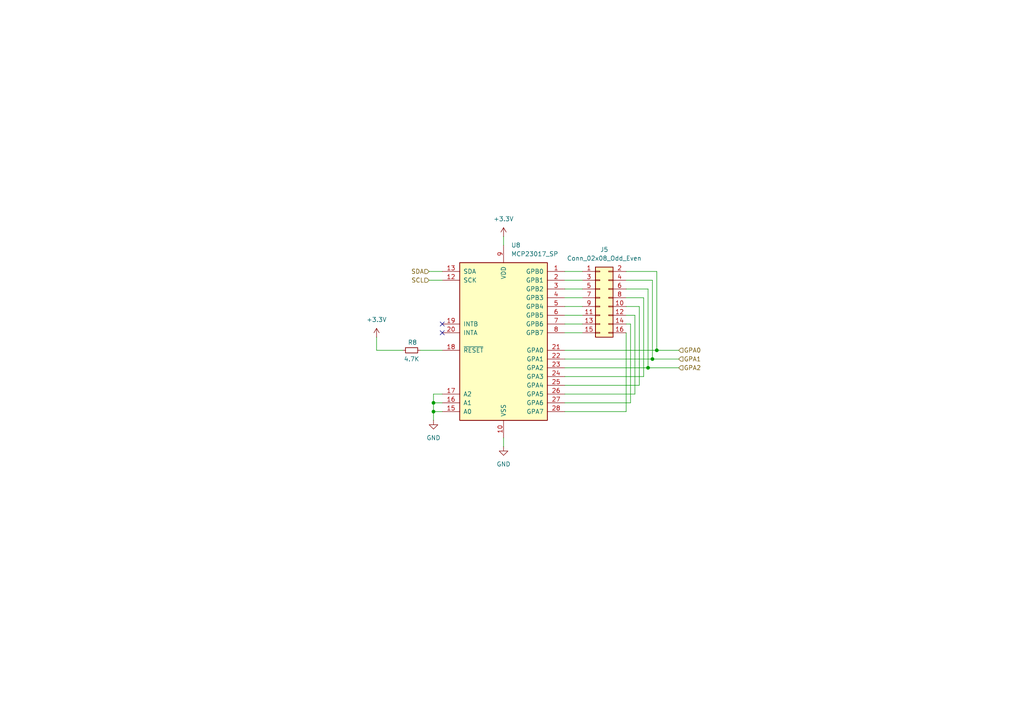
<source format=kicad_sch>
(kicad_sch (version 20231120) (generator "eeschema") (generator_version "8.0")
  (paper "A4")
  (lib_symbols
    (symbol "Connector_Generic:Conn_02x08_Odd_Even" (pin_names (offset 1.016) hide)
      (property "Reference" "J" (at 1.27 10.16 0))
      (property "Value" "Conn_02x08_Odd_Even" (at 1.27 -12.7 0))
      (symbol "Conn_02x08_Odd_Even_1_1"
        (rectangle (start -1.27 -10.033) (end 0 -10.287) (stroke (width 0.1524)))
        (rectangle (start -1.27 -7.493) (end 0 -7.747) (stroke (width 0.1524)))
        (rectangle (start -1.27 -4.953) (end 0 -5.207) (stroke (width 0.1524)))
        (rectangle (start -1.27 -2.413) (end 0 -2.667) (stroke (width 0.1524)))
        (rectangle (start -1.27 0.127) (end 0 -0.127) (stroke (width 0.1524)))
        (rectangle (start -1.27 2.667) (end 0 2.413) (stroke (width 0.1524)))
        (rectangle (start -1.27 5.207) (end 0 4.953) (stroke (width 0.1524)))
        (rectangle (start -1.27 7.747) (end 0 7.493) (stroke (width 0.1524)))
        (rectangle (start -1.27 8.89) (end 3.81 -11.43) (stroke (width 0.254)) (fill (type background)))
        (rectangle (start 3.81 -10.033) (end 2.54 -10.287) (stroke (width 0.1524)))
        (rectangle (start 3.81 -7.493) (end 2.54 -7.747) (stroke (width 0.1524)))
        (rectangle (start 3.81 -4.953) (end 2.54 -5.207) (stroke (width 0.1524)))
        (rectangle (start 3.81 -2.413) (end 2.54 -2.667) (stroke (width 0.1524)))
        (rectangle (start 3.81 0.127) (end 2.54 -0.127) (stroke (width 0.1524)))
        (rectangle (start 3.81 2.667) (end 2.54 2.413) (stroke (width 0.1524)))
        (rectangle (start 3.81 5.207) (end 2.54 4.953) (stroke (width 0.1524)))
        (rectangle (start 3.81 7.747) (end 2.54 7.493) (stroke (width 0.1524)))
        (pin passive line (at -5.08 7.62 0) (length 3.81) (name "Pin_1") (number "1"))
        (pin passive line (at 7.62 -2.54 180) (length 3.81) (name "Pin_10") (number "10"))
        (pin passive line (at -5.08 -5.08 0) (length 3.81) (name "Pin_11") (number "11"))
        (pin passive line (at 7.62 -5.08 180) (length 3.81) (name "Pin_12") (number "12"))
        (pin passive line (at -5.08 -7.62 0) (length 3.81) (name "Pin_13") (number "13"))
        (pin passive line (at 7.62 -7.62 180) (length 3.81) (name "Pin_14") (number "14"))
        (pin passive line (at -5.08 -10.16 0) (length 3.81) (name "Pin_15") (number "15"))
        (pin passive line (at 7.62 -10.16 180) (length 3.81) (name "Pin_16") (number "16"))
        (pin passive line (at 7.62 7.62 180) (length 3.81) (name "Pin_2") (number "2"))
        (pin passive line (at -5.08 5.08 0) (length 3.81) (name "Pin_3") (number "3"))
        (pin passive line (at 7.62 5.08 180) (length 3.81) (name "Pin_4") (number "4"))
        (pin passive line (at -5.08 2.54 0) (length 3.81) (name "Pin_5") (number "5"))
        (pin passive line (at 7.62 2.54 180) (length 3.81) (name "Pin_6") (number "6"))
        (pin passive line (at -5.08 0 0) (length 3.81) (name "Pin_7") (number "7"))
        (pin passive line (at 7.62 0 180) (length 3.81) (name "Pin_8") (number "8"))
        (pin passive line (at -5.08 -2.54 0) (length 3.81) (name "Pin_9") (number "9"))
      )
    )
    (symbol "Device:R_Small" (pin_numbers hide) (pin_names (offset 0.254) hide)
      (property "Reference" "R" (at 0.762 0.508 0))
      (property "Value" "R_Small" (at 0.762 -1.016 0))
      (symbol "R_Small_0_1"
        (rectangle (start -0.762 1.778) (end 0.762 -1.778) (stroke (width 0.2032)))
      )
      (symbol "R_Small_1_1"
        (pin passive line (at 0 2.54 270) (length 0.762) (name "~") (number "1"))
        (pin passive line (at 0 -2.54 90) (length 0.762) (name "~") (number "2"))
      )
    )
    (symbol "Interface_Expansion:MCP23017_SP" (pin_names (offset 1.016))
      (property "Reference" "U" (at -11.43 24.13 0))
      (property "Value" "MCP23017_SP" (at 0 0 0))
      (symbol "MCP23017_SP_0_1"
        (rectangle (start -12.7 22.86) (end 12.7 -22.86) (stroke (width 0.254)) (fill (type background)))
      )
      (symbol "MCP23017_SP_1_1"
        (pin bidirectional line (at 17.78 20.32 180) (length 5.08) (name "GPB0") (number "1"))
        (pin power_in line (at 0 -27.94 90) (length 5.08) (name "VSS") (number "10"))
        (pin no_connect line (at -12.7 15.24 0) (length 5.08) hide (name "NC") (number "11"))
        (pin input line (at -17.78 17.78 0) (length 5.08) (name "SCK") (number "12"))
        (pin bidirectional line (at -17.78 20.32 0) (length 5.08) (name "SDA") (number "13"))
        (pin no_connect line (at -12.7 12.7 0) (length 5.08) hide (name "NC") (number "14"))
        (pin input line (at -17.78 -20.32 0) (length 5.08) (name "A0") (number "15"))
        (pin input line (at -17.78 -17.78 0) (length 5.08) (name "A1") (number "16"))
        (pin input line (at -17.78 -15.24 0) (length 5.08) (name "A2") (number "17"))
        (pin input line (at -17.78 -2.54 0) (length 5.08) (name "~{RESET}") (number "18"))
        (pin tri_state line (at -17.78 5.08 0) (length 5.08) (name "INTB") (number "19"))
        (pin bidirectional line (at 17.78 17.78 180) (length 5.08) (name "GPB1") (number "2"))
        (pin tri_state line (at -17.78 2.54 0) (length 5.08) (name "INTA") (number "20"))
        (pin bidirectional line (at 17.78 -2.54 180) (length 5.08) (name "GPA0") (number "21"))
        (pin bidirectional line (at 17.78 -5.08 180) (length 5.08) (name "GPA1") (number "22"))
        (pin bidirectional line (at 17.78 -7.62 180) (length 5.08) (name "GPA2") (number "23"))
        (pin bidirectional line (at 17.78 -10.16 180) (length 5.08) (name "GPA3") (number "24"))
        (pin bidirectional line (at 17.78 -12.7 180) (length 5.08) (name "GPA4") (number "25"))
        (pin bidirectional line (at 17.78 -15.24 180) (length 5.08) (name "GPA5") (number "26"))
        (pin bidirectional line (at 17.78 -17.78 180) (length 5.08) (name "GPA6") (number "27"))
        (pin bidirectional line (at 17.78 -20.32 180) (length 5.08) (name "GPA7") (number "28"))
        (pin bidirectional line (at 17.78 15.24 180) (length 5.08) (name "GPB2") (number "3"))
        (pin bidirectional line (at 17.78 12.7 180) (length 5.08) (name "GPB3") (number "4"))
        (pin bidirectional line (at 17.78 10.16 180) (length 5.08) (name "GPB4") (number "5"))
        (pin bidirectional line (at 17.78 7.62 180) (length 5.08) (name "GPB5") (number "6"))
        (pin bidirectional line (at 17.78 5.08 180) (length 5.08) (name "GPB6") (number "7"))
        (pin bidirectional line (at 17.78 2.54 180) (length 5.08) (name "GPB7") (number "8"))
        (pin power_in line (at 0 27.94 270) (length 5.08) (name "VDD") (number "9"))
      )
    )
    (symbol "power:+3.3V" (power) (pin_numbers hide) (pin_names (offset 0) hide)
      (property "Value" "+3.3V" (at 0 3.556 0))
      (symbol "+3.3V_0_1"
        (polyline (pts (xy -0.762 1.27) (xy 0 2.54)))
        (polyline (pts (xy 0 0) (xy 0 2.54)))
        (polyline (pts (xy 0 2.54) (xy 0.762 1.27)))
      )
      (symbol "+3.3V_1_1"
        (pin power_in line (at 0 0 90) (length 0) (name "~") (number "1"))
      )
    )
    (symbol "power:GND" (power) (pin_numbers hide) (pin_names (offset 0) hide)
      (property "Value" "GND" (at 0 -3.81 0))
      (symbol "GND_0_1"
        (polyline (pts (xy 0 0) (xy 0 -1.27) (xy 1.27 -1.27) (xy 0 -2.54) (xy -1.27 -1.27) (xy 0 -1.27)))
      )
      (symbol "GND_1_1"
        (pin power_in line (at 0 0 270) (length 0) (name "~") (number "1"))
      )
    )
  )
  (junction (at 190.5 101.6))
  (junction (at 189.23 104.14))
  (junction (at 125.73 116.84))
  (junction (at 187.96 106.68))
  (junction (at 125.73 119.38))
  (no_connect (at 128.27 96.52))
  (no_connect (at 128.27 93.98))
  (wire (pts (xy 189.23 81.28) (xy 181.61 81.28)))
  (wire (pts (xy 185.42 88.9) (xy 181.61 88.9)))
  (wire (pts (xy 124.46 81.28) (xy 128.27 81.28)))
  (wire (pts (xy 163.83 109.22) (xy 186.69 109.22)))
  (wire (pts (xy 163.83 81.28) (xy 168.91 81.28)))
  (wire (pts (xy 146.05 127) (xy 146.05 129.54)))
  (wire (pts (xy 109.22 97.79) (xy 109.22 101.6)))
  (wire (pts (xy 163.83 104.14) (xy 189.23 104.14)))
  (wire (pts (xy 124.46 78.74) (xy 128.27 78.74)))
  (wire (pts (xy 187.96 83.82) (xy 181.61 83.82)))
  (wire (pts (xy 163.83 119.38) (xy 181.61 119.38)))
  (wire (pts (xy 187.96 106.68) (xy 196.85 106.68)))
  (wire (pts (xy 128.27 116.84) (xy 125.73 116.84)))
  (wire (pts (xy 163.83 116.84) (xy 182.88 116.84)))
  (wire (pts (xy 125.73 114.3) (xy 125.73 116.84)))
  (wire (pts (xy 121.92 101.6) (xy 128.27 101.6)))
  (wire (pts (xy 189.23 104.14) (xy 196.85 104.14)))
  (wire (pts (xy 182.88 93.98) (xy 181.61 93.98)))
  (wire (pts (xy 187.96 106.68) (xy 187.96 83.82)))
  (wire (pts (xy 182.88 116.84) (xy 182.88 93.98)))
  (wire (pts (xy 163.83 93.98) (xy 168.91 93.98)))
  (wire (pts (xy 185.42 111.76) (xy 185.42 88.9)))
  (wire (pts (xy 181.61 119.38) (xy 181.61 96.52)))
  (wire (pts (xy 190.5 78.74) (xy 181.61 78.74)))
  (wire (pts (xy 163.83 91.44) (xy 168.91 91.44)))
  (wire (pts (xy 163.83 111.76) (xy 185.42 111.76)))
  (wire (pts (xy 128.27 114.3) (xy 125.73 114.3)))
  (wire (pts (xy 190.5 101.6) (xy 190.5 78.74)))
  (wire (pts (xy 146.05 68.58) (xy 146.05 71.12)))
  (wire (pts (xy 189.23 104.14) (xy 189.23 81.28)))
  (wire (pts (xy 184.15 114.3) (xy 184.15 91.44)))
  (wire (pts (xy 184.15 91.44) (xy 181.61 91.44)))
  (wire (pts (xy 163.83 88.9) (xy 168.91 88.9)))
  (wire (pts (xy 125.73 116.84) (xy 125.73 119.38)))
  (wire (pts (xy 186.69 109.22) (xy 186.69 86.36)))
  (wire (pts (xy 163.83 96.52) (xy 168.91 96.52)))
  (wire (pts (xy 163.83 106.68) (xy 187.96 106.68)))
  (wire (pts (xy 163.83 83.82) (xy 168.91 83.82)))
  (wire (pts (xy 128.27 119.38) (xy 125.73 119.38)))
  (wire (pts (xy 163.83 78.74) (xy 168.91 78.74)))
  (wire (pts (xy 163.83 86.36) (xy 168.91 86.36)))
  (wire (pts (xy 186.69 86.36) (xy 181.61 86.36)))
  (wire (pts (xy 190.5 101.6) (xy 196.85 101.6)))
  (wire (pts (xy 125.73 119.38) (xy 125.73 121.92)))
  (wire (pts (xy 163.83 101.6) (xy 190.5 101.6)))
  (wire (pts (xy 163.83 114.3) (xy 184.15 114.3)))
  (wire (pts (xy 109.22 101.6) (xy 116.84 101.6)))
  (hierarchical_label "GPA0" (shape input) (at 196.85 101.6 0))
  (hierarchical_label "GPA1" (shape input) (at 196.85 104.14 0))
  (hierarchical_label "GPA2" (shape input) (at 196.85 106.68 0))
  (hierarchical_label "SDA" (shape input) (at 124.46 78.74 180))
  (hierarchical_label "SCL" (shape input) (at 124.46 81.28 180))
  (symbol (lib_id "power:+3.3V") (at 109.22 97.79 0) (unit 1)
    (property "Reference" "#PWR021" (effects (hide yes)))
    (property "Value" "+3.3V" (at 109.22 92.71 0))
    (property "Description" "Power symbol creates a global label with name \"+3.3V\"" (effects (hide yes)))
  )
  (symbol (lib_id "Interface_Expansion:MCP23017_SP") (at 146.05 99.06 0) (unit 1)
    (property "Reference" "U8" (at 148.2441 71.12 0) (effects (justify left)))
    (property "Value" "MCP23017_SP" (at 148.2441 73.66 0) (effects (justify left)))
    (property "Footprint" "Package_DIP:DIP-28_W7.62mm" (effects (hide yes)))
    (property "Datasheet" "http://ww1.microchip.com/downloads/en/DeviceDoc/20001952C.pdf" (effects (hide yes)))
    (property "Description" "16-bit I/O expander, I2C, interrupts, w pull-ups, SPDIP-28" (effects (hide yes)))
  )
  (symbol (lib_id "power:GND") (at 146.05 129.54 0) (unit 1)
    (property "Reference" "#PWR024" (effects (hide yes)))
    (property "Value" "GND" (at 146.05 134.62 0))
    (property "Description" "Power symbol creates a global label with name \"GND\" , ground" (effects (hide yes)))
  )
  (symbol (lib_id "power:GND") (at 125.73 121.92 0) (unit 1)
    (property "Reference" "#PWR022" (effects (hide yes)))
    (property "Value" "GND" (at 125.73 127 0))
    (property "Description" "Power symbol creates a global label with name \"GND\" , ground" (effects (hide yes)))
  )
  (symbol (lib_id "Connector_Generic:Conn_02x08_Odd_Even") (at 173.99 86.36 0) (unit 1)
    (property "Reference" "J5" (at 175.26 72.39 0))
    (property "Value" "Conn_02x08_Odd_Even" (at 175.26 74.93 0))
    (property "Footprint" "Connector_PinHeader_2.54mm:PinHeader_2x08_P2.54mm_Vertical" (effects (hide yes)))
    (property "Description" "Generic connector, double row, 02x08, odd/even pin numbering scheme (row 1 odd numbers, row 2 even numbers), script generated (kicad-library-utils/schlib/autogen/connector/)" (effects (hide yes)))
  )
  (symbol (lib_id "power:+3.3V") (at 146.05 68.58 0) (unit 1)
    (property "Reference" "#PWR023" (effects (hide yes)))
    (property "Value" "+3.3V" (at 146.05 63.5 0))
    (property "Description" "Power symbol creates a global label with name \"+3.3V\"" (effects (hide yes)))
  )
  (symbol (lib_id "Device:R_Small") (at 119.38 101.6 90) (unit 1)
    (property "Reference" "R8" (at 119.634 99.314 90))
    (property "Value" "4.7K" (at 119.38 104.14 90))
    (property "Footprint" "Resistor_THT:R_Axial_DIN0207_L6.3mm_D2.5mm_P7.62mm_Horizontal" (effects (hide yes)))
    (property "Description" "Resistor, small symbol" (effects (hide yes)))
  )
)
</source>
